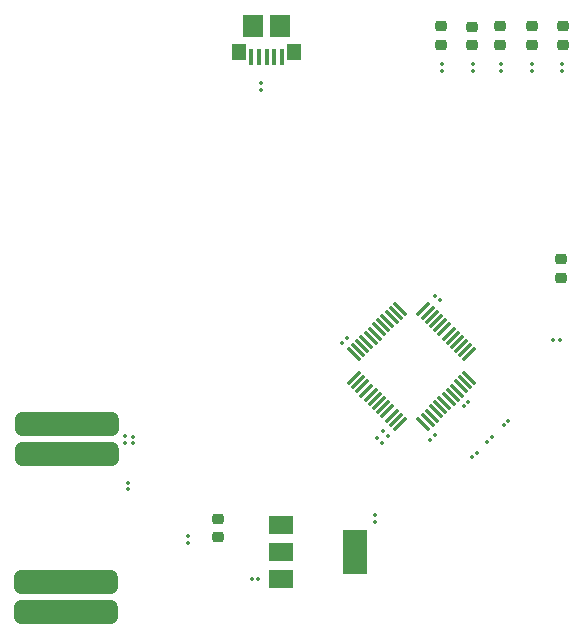
<source format=gbr>
%TF.GenerationSoftware,KiCad,Pcbnew,7.0.10*%
%TF.CreationDate,2024-07-04T11:23:38+05:30*%
%TF.ProjectId,Drive_Node,44726976-655f-44e6-9f64-652e6b696361,rev?*%
%TF.SameCoordinates,Original*%
%TF.FileFunction,Paste,Top*%
%TF.FilePolarity,Positive*%
%FSLAX46Y46*%
G04 Gerber Fmt 4.6, Leading zero omitted, Abs format (unit mm)*
G04 Created by KiCad (PCBNEW 7.0.10) date 2024-07-04 11:23:38*
%MOMM*%
%LPD*%
G01*
G04 APERTURE LIST*
G04 Aperture macros list*
%AMRoundRect*
0 Rectangle with rounded corners*
0 $1 Rounding radius*
0 $2 $3 $4 $5 $6 $7 $8 $9 X,Y pos of 4 corners*
0 Add a 4 corners polygon primitive as box body*
4,1,4,$2,$3,$4,$5,$6,$7,$8,$9,$2,$3,0*
0 Add four circle primitives for the rounded corners*
1,1,$1+$1,$2,$3*
1,1,$1+$1,$4,$5*
1,1,$1+$1,$6,$7*
1,1,$1+$1,$8,$9*
0 Add four rect primitives between the rounded corners*
20,1,$1+$1,$2,$3,$4,$5,0*
20,1,$1+$1,$4,$5,$6,$7,0*
20,1,$1+$1,$6,$7,$8,$9,0*
20,1,$1+$1,$8,$9,$2,$3,0*%
G04 Aperture macros list end*
%ADD10RoundRect,0.067500X0.067500X-0.067500X0.067500X0.067500X-0.067500X0.067500X-0.067500X-0.067500X0*%
%ADD11RoundRect,0.067500X0.000000X0.095459X-0.095459X0.000000X0.000000X-0.095459X0.095459X0.000000X0*%
%ADD12RoundRect,0.067500X0.095459X0.000000X0.000000X0.095459X-0.095459X0.000000X0.000000X-0.095459X0*%
%ADD13RoundRect,0.067500X0.000000X-0.095459X0.095459X0.000000X0.000000X0.095459X-0.095459X0.000000X0*%
%ADD14RoundRect,0.067500X-0.067500X-0.067500X0.067500X-0.067500X0.067500X0.067500X-0.067500X0.067500X0*%
%ADD15RoundRect,0.067500X-0.095459X0.000000X0.000000X-0.095459X0.095459X0.000000X0.000000X0.095459X0*%
%ADD16RoundRect,0.218750X-0.256250X0.218750X-0.256250X-0.218750X0.256250X-0.218750X0.256250X0.218750X0*%
%ADD17RoundRect,0.500000X3.881500X0.500000X-3.881500X0.500000X-3.881500X-0.500000X3.881500X-0.500000X0*%
%ADD18R,0.400000X1.400000*%
%ADD19R,1.150000X1.450000*%
%ADD20R,1.750000X1.900000*%
%ADD21RoundRect,0.075000X0.521491X-0.415425X-0.415425X0.521491X-0.521491X0.415425X0.415425X-0.521491X0*%
%ADD22RoundRect,0.075000X0.521491X0.415425X0.415425X0.521491X-0.521491X-0.415425X-0.415425X-0.521491X0*%
%ADD23R,2.000000X1.500000*%
%ADD24R,2.000000X3.800000*%
G04 APERTURE END LIST*
D10*
%TO.C,C1*%
X121846446Y-87574999D03*
X121846446Y-87024999D03*
%TD*%
D11*
%TO.C,C2*%
X154340900Y-85705546D03*
X153951992Y-86094454D03*
%TD*%
D12*
%TO.C,C3*%
X143635354Y-87588908D03*
X143246446Y-87200000D03*
%TD*%
D13*
%TO.C,C4*%
X151251993Y-88794453D03*
X151640901Y-88405545D03*
%TD*%
D11*
%TO.C,C5*%
X150940900Y-84105546D03*
X150551992Y-84494454D03*
%TD*%
%TO.C,C6*%
X152940900Y-87105546D03*
X152551992Y-87494454D03*
%TD*%
D13*
%TO.C,C7*%
X140251992Y-79094453D03*
X140640900Y-78705545D03*
%TD*%
D12*
%TO.C,C8*%
X144140900Y-86994453D03*
X143751992Y-86605545D03*
%TD*%
D11*
%TO.C,C9*%
X148117677Y-86928769D03*
X147728769Y-87317677D03*
%TD*%
D14*
%TO.C,C10*%
X132621446Y-99099999D03*
X133171446Y-99099999D03*
%TD*%
D10*
%TO.C,C11*%
X143046447Y-94250000D03*
X143046447Y-93700000D03*
%TD*%
D15*
%TO.C,C12*%
X148157539Y-75111092D03*
X148546447Y-75500000D03*
%TD*%
D16*
%TO.C,D1*%
X129746446Y-94000000D03*
X129746446Y-95575000D03*
%TD*%
%TO.C,D3*%
X158946446Y-52312500D03*
X158946446Y-53887500D03*
%TD*%
%TO.C,D4*%
X156346446Y-52324999D03*
X156346446Y-53899999D03*
%TD*%
%TO.C,D5*%
X153646446Y-52325000D03*
X153646446Y-53900000D03*
%TD*%
%TO.C,D6*%
X151246446Y-53912500D03*
X151246446Y-52337500D03*
%TD*%
%TO.C,D7*%
X158746446Y-72012500D03*
X158746446Y-73587500D03*
%TD*%
%TO.C,D8*%
X148646446Y-53900000D03*
X148646446Y-52325000D03*
%TD*%
D10*
%TO.C,R1*%
X133346446Y-57675000D03*
X133346446Y-57125000D03*
%TD*%
%TO.C,R2*%
X122146446Y-91525000D03*
X122146446Y-90975000D03*
%TD*%
%TO.C,R3*%
X127246446Y-96025000D03*
X127246446Y-95475000D03*
%TD*%
%TO.C,R4*%
X122546446Y-87624999D03*
X122546446Y-87074999D03*
%TD*%
D14*
%TO.C,R5*%
X158121446Y-78900000D03*
X158671446Y-78900000D03*
%TD*%
D10*
%TO.C,R6*%
X158906446Y-56060000D03*
X158906446Y-55510000D03*
%TD*%
%TO.C,R7*%
X156306446Y-56059999D03*
X156306446Y-55509999D03*
%TD*%
%TO.C,R8*%
X153706446Y-55535000D03*
X153706446Y-56085000D03*
%TD*%
%TO.C,R9*%
X151306446Y-55534999D03*
X151306446Y-56084999D03*
%TD*%
%TO.C,R10*%
X148706446Y-56060000D03*
X148706446Y-55510000D03*
%TD*%
D17*
%TO.C,J12*%
X116846446Y-101900000D03*
X116846446Y-99360000D03*
%TD*%
D18*
%TO.C,J13*%
X135171446Y-54950000D03*
X134521446Y-54950000D03*
X133871446Y-54950000D03*
X133221446Y-54950000D03*
X132571446Y-54950000D03*
D19*
X136191446Y-54530000D03*
D20*
X134996446Y-52300000D03*
X132746446Y-52300000D03*
D19*
X131551446Y-54530000D03*
%TD*%
D17*
%TO.C,J1*%
X116946446Y-88540000D03*
X116946446Y-86000000D03*
%TD*%
D21*
%TO.C,U1*%
X147145234Y-85987876D03*
X147498788Y-85634322D03*
X147852341Y-85280769D03*
X148205895Y-84927215D03*
X148559448Y-84573662D03*
X148913001Y-84220109D03*
X149266555Y-83866555D03*
X149620108Y-83513002D03*
X149973661Y-83159449D03*
X150327215Y-82805895D03*
X150680768Y-82452342D03*
X151034322Y-82098788D03*
D22*
X151034322Y-80101212D03*
X150680768Y-79747658D03*
X150327215Y-79394105D03*
X149973661Y-79040551D03*
X149620108Y-78686998D03*
X149266555Y-78333445D03*
X148913001Y-77979891D03*
X148559448Y-77626338D03*
X148205895Y-77272785D03*
X147852341Y-76919231D03*
X147498788Y-76565678D03*
X147145234Y-76212124D03*
D21*
X145147658Y-76212124D03*
X144794104Y-76565678D03*
X144440551Y-76919231D03*
X144086997Y-77272785D03*
X143733444Y-77626338D03*
X143379891Y-77979891D03*
X143026337Y-78333445D03*
X142672784Y-78686998D03*
X142319231Y-79040551D03*
X141965677Y-79394105D03*
X141612124Y-79747658D03*
X141258570Y-80101212D03*
D22*
X141258570Y-82098788D03*
X141612124Y-82452342D03*
X141965677Y-82805895D03*
X142319231Y-83159449D03*
X142672784Y-83513002D03*
X143026337Y-83866555D03*
X143379891Y-84220109D03*
X143733444Y-84573662D03*
X144086997Y-84927215D03*
X144440551Y-85280769D03*
X144794104Y-85634322D03*
X145147658Y-85987876D03*
%TD*%
D23*
%TO.C,U2*%
X135046446Y-94499999D03*
X135046446Y-96799999D03*
D24*
X141346446Y-96799999D03*
D23*
X135046446Y-99099999D03*
%TD*%
M02*

</source>
